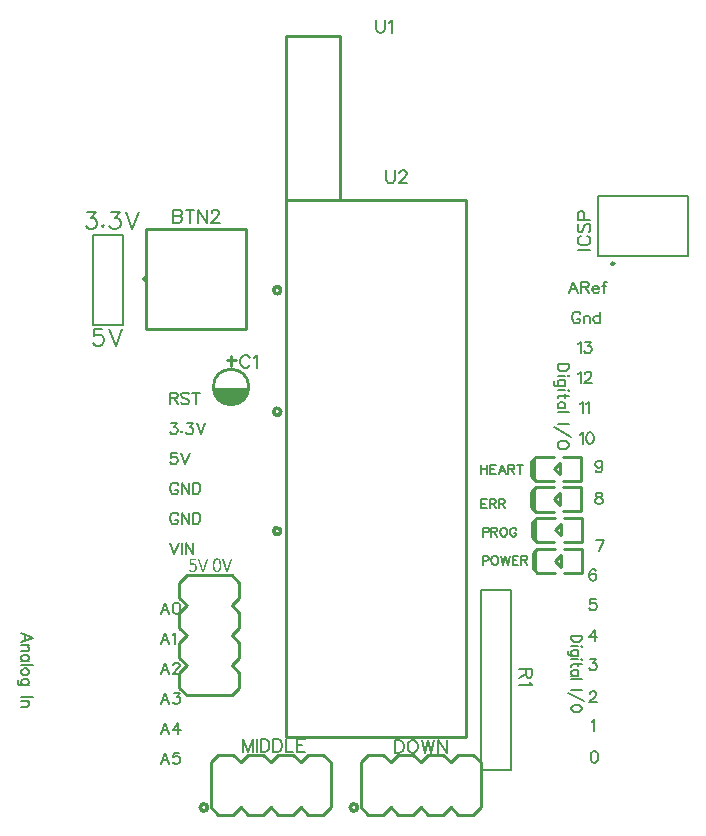
<source format=gto>
G04 Layer: TopSilkLayer*
G04 EasyEDA v6.3.22, 2020-02-01T09:52:18+01:00*
G04 6a38883e4b2748c8978b3c8c793b862a,5bf1b712bda346c5934589caff60f8c7,10*
G04 Gerber Generator version 0.2*
G04 Scale: 100 percent, Rotated: No, Reflected: No *
G04 Dimensions in millimeters *
G04 leading zeros omitted , absolute positions ,3 integer and 3 decimal *
%FSLAX33Y33*%
%MOMM*%
G90*
G71D02*

%ADD10C,0.254000*%
%ADD11C,0.299999*%
%ADD26C,0.203200*%
%ADD27C,0.202999*%
%ADD28C,0.152400*%

%LPD*%
G54D10*
G01X18049Y52170D02*
G01X33289Y52170D01*
G01X33289Y6704D01*
G01X18049Y6704D01*
G01X18049Y52170D01*
G01X18049Y66013D02*
G01X22621Y66013D01*
G01X22621Y52170D01*
G01X18049Y52170D01*
G01X18049Y66013D01*
G01X41572Y23212D02*
G01X43122Y23212D01*
G01X43122Y25244D01*
G01X41572Y25244D01*
G01X40785Y23187D02*
G01X39312Y23187D01*
G01X38905Y23593D01*
G01X38905Y24863D01*
G01X39286Y25244D01*
G01X40810Y25244D01*
G01X41346Y23728D02*
G01X41346Y24729D01*
G01X41346Y24729D01*
G01X40846Y24228D01*
G01X40846Y24228D01*
G01X41346Y23728D01*
G01X39147Y23428D02*
G01X39147Y25028D01*
G01X41493Y28382D02*
G01X43042Y28382D01*
G01X43042Y30414D01*
G01X41493Y30414D01*
G01X40706Y28357D02*
G01X39232Y28357D01*
G01X38826Y28763D01*
G01X38826Y30033D01*
G01X39207Y30414D01*
G01X40731Y30414D01*
G01X41267Y28898D02*
G01X41267Y29899D01*
G01X41267Y29899D01*
G01X40767Y29398D01*
G01X40767Y29398D01*
G01X41267Y28898D01*
G01X39067Y28598D02*
G01X39067Y30198D01*
G01X41493Y25782D02*
G01X43042Y25782D01*
G01X43042Y27814D01*
G01X41493Y27814D01*
G01X40706Y25757D02*
G01X39232Y25757D01*
G01X38826Y26163D01*
G01X38826Y27433D01*
G01X39207Y27814D01*
G01X40731Y27814D01*
G01X41267Y26298D02*
G01X41267Y27299D01*
G01X41267Y27299D01*
G01X40767Y26798D01*
G01X40767Y26798D01*
G01X41267Y26298D01*
G01X39067Y25998D02*
G01X39067Y27598D01*
G01X41593Y20582D02*
G01X43142Y20582D01*
G01X43142Y22614D01*
G01X41593Y22614D01*
G01X40805Y20557D02*
G01X39332Y20557D01*
G01X38926Y20963D01*
G01X38926Y22233D01*
G01X39307Y22614D01*
G01X40831Y22614D01*
G01X41367Y21098D02*
G01X41367Y22098D01*
G01X41367Y22098D01*
G01X40866Y21598D01*
G01X40866Y21598D01*
G01X41367Y21098D01*
G01X39167Y20798D02*
G01X39167Y22398D01*
G01X13029Y38549D02*
G01X13817Y38549D01*
G01X13409Y38111D02*
G01X13409Y38949D01*
G54D26*
G01X52070Y47389D02*
G01X52070Y52469D01*
G01X44450Y52469D01*
G01X44450Y47389D01*
G01X52070Y47389D01*
G01X47202Y47389D01*
G54D10*
G01X9664Y20349D02*
G01X13474Y20349D01*
G01X9664Y10190D02*
G01X13474Y10190D01*
G01X9664Y10190D02*
G01X9029Y10825D01*
G01X9029Y12095D01*
G01X9664Y12730D01*
G01X13474Y10190D02*
G01X14109Y10825D01*
G01X14109Y12095D01*
G01X13474Y12730D01*
G01X9664Y12730D02*
G01X9029Y13365D01*
G01X9029Y14635D01*
G01X9664Y15270D01*
G01X13474Y12730D02*
G01X14109Y13365D01*
G01X14109Y14635D01*
G01X13474Y15270D01*
G01X9664Y15270D02*
G01X9029Y15905D01*
G01X9029Y17175D01*
G01X9664Y17810D01*
G01X13474Y15270D02*
G01X14109Y15905D01*
G01X14109Y17175D01*
G01X13474Y17810D01*
G01X9664Y17810D02*
G01X9029Y18445D01*
G01X9029Y19715D01*
G01X9664Y20350D01*
G01X13474Y17810D02*
G01X14109Y18445D01*
G01X14109Y19715D01*
G01X13474Y20350D01*
G54D26*
G01X34559Y5815D02*
G01X34559Y3910D01*
G01X37099Y3910D01*
G01X37099Y19150D01*
G01X34559Y19150D01*
G54D27*
G01X34559Y19150D02*
G01X34559Y5815D01*
G54D26*
G01X1729Y43455D02*
G01X1729Y41550D01*
G01X4269Y41550D01*
G01X4269Y49170D01*
G01X1729Y49170D01*
G54D27*
G01X1729Y49170D02*
G01X1729Y43455D01*
G54D10*
G01X6169Y49709D02*
G01X14669Y49709D01*
G01X14669Y41209D01*
G01X6169Y41209D01*
G01X6169Y49709D01*
G01X21859Y4545D02*
G01X21859Y735D01*
G01X11700Y4544D02*
G01X11700Y734D01*
G01X11700Y4544D02*
G01X12335Y5179D01*
G01X13605Y5179D01*
G01X14240Y4544D01*
G01X11700Y734D02*
G01X12335Y99D01*
G01X13605Y99D01*
G01X14240Y734D01*
G01X14240Y4544D02*
G01X14875Y5179D01*
G01X16145Y5179D01*
G01X16780Y4544D01*
G01X14240Y734D02*
G01X14875Y99D01*
G01X16145Y99D01*
G01X16780Y734D01*
G01X16780Y4544D02*
G01X17415Y5179D01*
G01X18685Y5179D01*
G01X19320Y4544D01*
G01X16780Y734D02*
G01X17415Y99D01*
G01X18685Y99D01*
G01X19320Y734D01*
G01X19320Y4544D02*
G01X19955Y5179D01*
G01X21225Y5179D01*
G01X21860Y4544D01*
G01X19320Y734D02*
G01X19955Y99D01*
G01X21225Y99D01*
G01X21860Y734D01*
G01X34559Y4545D02*
G01X34559Y735D01*
G01X24400Y4544D02*
G01X24400Y734D01*
G01X24400Y4544D02*
G01X25035Y5179D01*
G01X26305Y5179D01*
G01X26940Y4544D01*
G01X24400Y734D02*
G01X25035Y99D01*
G01X26305Y99D01*
G01X26940Y734D01*
G01X26940Y4544D02*
G01X27575Y5179D01*
G01X28845Y5179D01*
G01X29480Y4544D01*
G01X26940Y734D02*
G01X27575Y99D01*
G01X28845Y99D01*
G01X29480Y734D01*
G01X29480Y4544D02*
G01X30115Y5179D01*
G01X31385Y5179D01*
G01X32020Y4544D01*
G01X29480Y734D02*
G01X30115Y99D01*
G01X31385Y99D01*
G01X32020Y734D01*
G01X32020Y4544D02*
G01X32655Y5179D01*
G01X33925Y5179D01*
G01X34560Y4544D01*
G01X32020Y734D02*
G01X32655Y99D01*
G01X33925Y99D01*
G01X34560Y734D01*

%LPD*%
G36*
G01X12769Y21779D02*
G01X12637Y21779D01*
G01X12995Y20664D01*
G01X13140Y20664D01*
G01X13495Y21779D01*
G01X13368Y21779D01*
G01X13183Y21164D01*
G01X13168Y21116D01*
G01X13154Y21069D01*
G01X13128Y20979D01*
G01X13115Y20935D01*
G01X13102Y20890D01*
G01X13088Y20844D01*
G01X13074Y20796D01*
G01X13066Y20796D01*
G01X13051Y20844D01*
G01X13037Y20890D01*
G01X13023Y20935D01*
G01X12998Y21024D01*
G01X12985Y21069D01*
G01X12972Y21116D01*
G01X12957Y21164D01*
G01X12769Y21779D01*
G37*

%LPD*%
G36*
G01X10729Y21779D02*
G01X10597Y21779D01*
G01X10955Y20664D01*
G01X11100Y20664D01*
G01X11456Y21779D01*
G01X11329Y21779D01*
G01X11143Y21164D01*
G01X11128Y21116D01*
G01X11115Y21069D01*
G01X11102Y21024D01*
G01X11075Y20935D01*
G01X11061Y20890D01*
G01X11047Y20844D01*
G01X11031Y20796D01*
G01X11026Y20796D01*
G01X11010Y20844D01*
G01X10995Y20890D01*
G01X10982Y20935D01*
G01X10956Y21024D01*
G01X10944Y21069D01*
G01X10931Y21116D01*
G01X10917Y21164D01*
G01X10729Y21779D01*
G37*

%LPD*%
G36*
G01X12266Y21796D02*
G01X12215Y21799D01*
G01X12165Y21796D01*
G01X12118Y21784D01*
G01X12074Y21764D01*
G01X12034Y21737D01*
G01X11998Y21702D01*
G01X11966Y21658D01*
G01X11938Y21607D01*
G01X11915Y21547D01*
G01X11897Y21479D01*
G01X11883Y21403D01*
G01X11875Y21318D01*
G01X11872Y21225D01*
G01X11875Y21132D01*
G01X11883Y21047D01*
G01X11897Y20971D01*
G01X11915Y20902D01*
G01X11938Y20841D01*
G01X11966Y20789D01*
G01X11998Y20745D01*
G01X12034Y20708D01*
G01X12074Y20680D01*
G01X12118Y20660D01*
G01X12165Y20648D01*
G01X12215Y20644D01*
G01X12266Y20648D01*
G01X12314Y20660D01*
G01X12357Y20680D01*
G01X12397Y20708D01*
G01X12433Y20745D01*
G01X12465Y20789D01*
G01X12491Y20841D01*
G01X12514Y20902D01*
G01X12532Y20971D01*
G01X12545Y21047D01*
G01X12553Y21132D01*
G01X12555Y21225D01*
G01X12553Y21318D01*
G01X12545Y21402D01*
G01X12532Y21478D01*
G01X12514Y21546D01*
G01X12491Y21606D01*
G01X12465Y21657D01*
G01X12433Y21701D01*
G01X12397Y21736D01*
G01X12357Y21764D01*
G01X12314Y21784D01*
G01X12266Y21796D01*
G37*

%LPC*%
G36*
G01X12262Y21691D02*
G01X12215Y21698D01*
G01X12168Y21691D01*
G01X12125Y21670D01*
G01X12087Y21635D01*
G01X12055Y21584D01*
G01X12029Y21519D01*
G01X12010Y21438D01*
G01X11998Y21340D01*
G01X11994Y21225D01*
G01X11996Y21146D01*
G01X12001Y21075D01*
G01X12010Y21011D01*
G01X12022Y20954D01*
G01X12037Y20905D01*
G01X12055Y20862D01*
G01X12076Y20825D01*
G01X12099Y20796D01*
G01X12125Y20774D01*
G01X12153Y20758D01*
G01X12183Y20749D01*
G01X12215Y20745D01*
G01X12247Y20749D01*
G01X12277Y20758D01*
G01X12306Y20774D01*
G01X12331Y20796D01*
G01X12354Y20825D01*
G01X12375Y20862D01*
G01X12393Y20905D01*
G01X12408Y20954D01*
G01X12420Y21011D01*
G01X12429Y21075D01*
G01X12434Y21146D01*
G01X12436Y21225D01*
G01X12432Y21340D01*
G01X12420Y21438D01*
G01X12401Y21519D01*
G01X12375Y21584D01*
G01X12343Y21635D01*
G01X12306Y21670D01*
G01X12262Y21691D01*
G37*

%LPD*%
G36*
G01X10457Y21779D02*
G01X9924Y21779D01*
G01X9888Y21261D01*
G01X9957Y21218D01*
G01X10003Y21247D01*
G01X10047Y21268D01*
G01X10095Y21282D01*
G01X10148Y21286D01*
G01X10199Y21282D01*
G01X10246Y21268D01*
G01X10287Y21247D01*
G01X10321Y21216D01*
G01X10349Y21179D01*
G01X10370Y21133D01*
G01X10382Y21081D01*
G01X10386Y21022D01*
G01X10381Y20963D01*
G01X10366Y20909D01*
G01X10344Y20862D01*
G01X10314Y20822D01*
G01X10277Y20790D01*
G01X10235Y20767D01*
G01X10189Y20753D01*
G01X10140Y20748D01*
G01X10050Y20758D01*
G01X9975Y20787D01*
G01X9913Y20827D01*
G01X9861Y20875D01*
G01X9800Y20791D01*
G01X9829Y20763D01*
G01X9861Y20737D01*
G01X9897Y20712D01*
G01X9938Y20690D01*
G01X9982Y20671D01*
G01X10033Y20656D01*
G01X10089Y20647D01*
G01X10150Y20644D01*
G01X10196Y20647D01*
G01X10241Y20655D01*
G01X10285Y20669D01*
G01X10326Y20689D01*
G01X10364Y20714D01*
G01X10400Y20744D01*
G01X10432Y20779D01*
G01X10458Y20819D01*
G01X10480Y20864D01*
G01X10497Y20913D01*
G01X10507Y20967D01*
G01X10511Y21025D01*
G01X10504Y21111D01*
G01X10484Y21185D01*
G01X10454Y21247D01*
G01X10413Y21296D01*
G01X10363Y21334D01*
G01X10307Y21361D01*
G01X10245Y21378D01*
G01X10178Y21383D01*
G01X10128Y21379D01*
G01X10084Y21370D01*
G01X10042Y21354D01*
G01X10003Y21334D01*
G01X10033Y21672D01*
G01X10457Y21672D01*
G01X10457Y21779D01*
G37*

%LPD*%
G54D26*
G01X1237Y51114D02*
G01X1986Y51114D01*
G01X1577Y50568D01*
G01X1780Y50568D01*
G01X1917Y50499D01*
G01X1986Y50431D01*
G01X2054Y50227D01*
G01X2054Y50090D01*
G01X1986Y49887D01*
G01X1849Y49750D01*
G01X1645Y49681D01*
G01X1440Y49681D01*
G01X1237Y49750D01*
G01X1168Y49819D01*
G01X1099Y49953D01*
G01X2573Y50022D02*
G01X2504Y49953D01*
G01X2573Y49887D01*
G01X2641Y49953D01*
G01X2573Y50022D01*
G01X3228Y51114D02*
G01X3977Y51114D01*
G01X3568Y50568D01*
G01X3771Y50568D01*
G01X3909Y50499D01*
G01X3977Y50431D01*
G01X4046Y50227D01*
G01X4046Y50090D01*
G01X3977Y49887D01*
G01X3840Y49750D01*
G01X3637Y49681D01*
G01X3431Y49681D01*
G01X3228Y49750D01*
G01X3159Y49819D01*
G01X3091Y49953D01*
G01X4495Y51114D02*
G01X5041Y49681D01*
G01X5585Y51114D02*
G01X5041Y49681D01*
G01X2517Y41212D02*
G01X1837Y41212D01*
G01X1768Y40600D01*
G01X1837Y40668D01*
G01X2040Y40737D01*
G01X2245Y40737D01*
G01X2449Y40668D01*
G01X2586Y40531D01*
G01X2654Y40328D01*
G01X2654Y40191D01*
G01X2586Y39985D01*
G01X2449Y39851D01*
G01X2245Y39782D01*
G01X2040Y39782D01*
G01X1837Y39851D01*
G01X1768Y39917D01*
G01X1699Y40054D01*
G01X3104Y41212D02*
G01X3650Y39782D01*
G01X4196Y41212D02*
G01X3650Y39782D01*
G54D28*
G01X26530Y54643D02*
G01X26530Y53866D01*
G01X26580Y53708D01*
G01X26684Y53604D01*
G01X26842Y53554D01*
G01X26946Y53554D01*
G01X27101Y53604D01*
G01X27205Y53708D01*
G01X27256Y53866D01*
G01X27256Y54643D01*
G01X27652Y54384D02*
G01X27652Y54437D01*
G01X27703Y54542D01*
G01X27756Y54592D01*
G01X27860Y54643D01*
G01X28066Y54643D01*
G01X28170Y54592D01*
G01X28224Y54542D01*
G01X28275Y54437D01*
G01X28275Y54333D01*
G01X28224Y54229D01*
G01X28120Y54072D01*
G01X27599Y53554D01*
G01X28328Y53554D01*
G01X8242Y35812D02*
G01X8242Y34857D01*
G01X8242Y35812D02*
G01X8650Y35812D01*
G01X8788Y35766D01*
G01X8833Y35720D01*
G01X8879Y35629D01*
G01X8879Y35537D01*
G01X8833Y35448D01*
G01X8788Y35403D01*
G01X8650Y35357D01*
G01X8242Y35357D01*
G01X8559Y35357D02*
G01X8879Y34857D01*
G01X9814Y35674D02*
G01X9722Y35766D01*
G01X9588Y35812D01*
G01X9405Y35812D01*
G01X9268Y35766D01*
G01X9179Y35674D01*
G01X9179Y35583D01*
G01X9225Y35492D01*
G01X9268Y35448D01*
G01X9359Y35403D01*
G01X9633Y35311D01*
G01X9722Y35266D01*
G01X9768Y35220D01*
G01X9814Y35128D01*
G01X9814Y34994D01*
G01X9722Y34902D01*
G01X9588Y34857D01*
G01X9405Y34857D01*
G01X9268Y34902D01*
G01X9179Y34994D01*
G01X10434Y35812D02*
G01X10434Y34857D01*
G01X10114Y35812D02*
G01X10751Y35812D01*
G01X8333Y33272D02*
G01X8833Y33272D01*
G01X8559Y32908D01*
G01X8696Y32908D01*
G01X8788Y32863D01*
G01X8833Y32817D01*
G01X8879Y32680D01*
G01X8879Y32588D01*
G01X8833Y32454D01*
G01X8742Y32362D01*
G01X8605Y32317D01*
G01X8468Y32317D01*
G01X8333Y32362D01*
G01X8287Y32408D01*
G01X8242Y32499D01*
G01X9225Y32543D02*
G01X9179Y32499D01*
G01X9225Y32454D01*
G01X9268Y32499D01*
G01X9225Y32543D01*
G01X9659Y33272D02*
G01X10159Y33272D01*
G01X9887Y32908D01*
G01X10025Y32908D01*
G01X10114Y32863D01*
G01X10159Y32817D01*
G01X10205Y32680D01*
G01X10205Y32588D01*
G01X10159Y32454D01*
G01X10068Y32362D01*
G01X9933Y32317D01*
G01X9796Y32317D01*
G01X9659Y32362D01*
G01X9613Y32408D01*
G01X9570Y32499D01*
G01X10505Y33272D02*
G01X10868Y32317D01*
G01X11234Y33272D02*
G01X10868Y32317D01*
G01X8788Y30732D02*
G01X8333Y30732D01*
G01X8287Y30323D01*
G01X8333Y30368D01*
G01X8468Y30412D01*
G01X8605Y30412D01*
G01X8742Y30368D01*
G01X8833Y30277D01*
G01X8879Y30140D01*
G01X8879Y30048D01*
G01X8833Y29914D01*
G01X8742Y29822D01*
G01X8605Y29777D01*
G01X8468Y29777D01*
G01X8333Y29822D01*
G01X8287Y29868D01*
G01X8242Y29959D01*
G01X9179Y30732D02*
G01X9542Y29777D01*
G01X9905Y30732D02*
G01X9542Y29777D01*
G01X8922Y27963D02*
G01X8879Y28054D01*
G01X8788Y28146D01*
G01X8696Y28192D01*
G01X8513Y28192D01*
G01X8424Y28146D01*
G01X8333Y28054D01*
G01X8287Y27963D01*
G01X8242Y27828D01*
G01X8242Y27600D01*
G01X8287Y27463D01*
G01X8333Y27374D01*
G01X8424Y27282D01*
G01X8513Y27237D01*
G01X8696Y27237D01*
G01X8788Y27282D01*
G01X8879Y27374D01*
G01X8922Y27463D01*
G01X8922Y27600D01*
G01X8696Y27600D02*
G01X8922Y27600D01*
G01X9225Y28192D02*
G01X9225Y27237D01*
G01X9225Y28192D02*
G01X9860Y27237D01*
G01X9860Y28192D02*
G01X9860Y27237D01*
G01X10159Y28192D02*
G01X10159Y27237D01*
G01X10159Y28192D02*
G01X10477Y28192D01*
G01X10614Y28146D01*
G01X10705Y28054D01*
G01X10751Y27963D01*
G01X10797Y27828D01*
G01X10797Y27600D01*
G01X10751Y27463D01*
G01X10705Y27374D01*
G01X10614Y27282D01*
G01X10477Y27237D01*
G01X10159Y27237D01*
G01X8242Y23112D02*
G01X8605Y22157D01*
G01X8968Y23112D02*
G01X8605Y22157D01*
G01X9268Y23112D02*
G01X9268Y22157D01*
G01X9570Y23112D02*
G01X9570Y22157D01*
G01X9570Y23112D02*
G01X10205Y22157D01*
G01X10205Y23112D02*
G01X10205Y22157D01*
G01X-3388Y15090D02*
G01X-4343Y15453D01*
G01X-3388Y15090D02*
G01X-4343Y14727D01*
G01X-4026Y15316D02*
G01X-4026Y14862D01*
G01X-3708Y14427D02*
G01X-4343Y14427D01*
G01X-3888Y14427D02*
G01X-3751Y14290D01*
G01X-3708Y14199D01*
G01X-3708Y14062D01*
G01X-3751Y13973D01*
G01X-3888Y13927D01*
G01X-4343Y13927D01*
G01X-3708Y13081D02*
G01X-4343Y13081D01*
G01X-3843Y13081D02*
G01X-3751Y13173D01*
G01X-3708Y13261D01*
G01X-3708Y13399D01*
G01X-3751Y13490D01*
G01X-3843Y13582D01*
G01X-3980Y13627D01*
G01X-4071Y13627D01*
G01X-4206Y13582D01*
G01X-4297Y13490D01*
G01X-4343Y13399D01*
G01X-4343Y13261D01*
G01X-4297Y13173D01*
G01X-4206Y13081D01*
G01X-3388Y12781D02*
G01X-4343Y12781D01*
G01X-3708Y12253D02*
G01X-3751Y12345D01*
G01X-3843Y12436D01*
G01X-3980Y12482D01*
G01X-4071Y12482D01*
G01X-4206Y12436D01*
G01X-4297Y12345D01*
G01X-4343Y12253D01*
G01X-4343Y12116D01*
G01X-4297Y12027D01*
G01X-4206Y11936D01*
G01X-4071Y11890D01*
G01X-3980Y11890D01*
G01X-3843Y11936D01*
G01X-3751Y12027D01*
G01X-3708Y12116D01*
G01X-3708Y12253D01*
G01X-3708Y11044D02*
G01X-4434Y11044D01*
G01X-4572Y11090D01*
G01X-4615Y11135D01*
G01X-4661Y11227D01*
G01X-4661Y11362D01*
G01X-4615Y11453D01*
G01X-3843Y11044D02*
G01X-3751Y11135D01*
G01X-3708Y11227D01*
G01X-3708Y11362D01*
G01X-3751Y11453D01*
G01X-3843Y11544D01*
G01X-3980Y11590D01*
G01X-4071Y11590D01*
G01X-4206Y11544D01*
G01X-4297Y11453D01*
G01X-4343Y11362D01*
G01X-4343Y11227D01*
G01X-4297Y11135D01*
G01X-4206Y11044D01*
G01X-3388Y10043D02*
G01X-4343Y10043D01*
G01X-3708Y9744D02*
G01X-4343Y9744D01*
G01X-3888Y9744D02*
G01X-3751Y9609D01*
G01X-3708Y9518D01*
G01X-3708Y9380D01*
G01X-3751Y9289D01*
G01X-3888Y9243D01*
G01X-4343Y9243D01*
G01X7802Y18053D02*
G01X7439Y17098D01*
G01X7802Y18053D02*
G01X8165Y17098D01*
G01X7576Y17416D02*
G01X8030Y17416D01*
G01X8739Y18053D02*
G01X8602Y18008D01*
G01X8510Y17871D01*
G01X8465Y17645D01*
G01X8465Y17507D01*
G01X8510Y17281D01*
G01X8602Y17144D01*
G01X8739Y17098D01*
G01X8830Y17098D01*
G01X8965Y17144D01*
G01X9057Y17281D01*
G01X9102Y17507D01*
G01X9102Y17645D01*
G01X9057Y17871D01*
G01X8965Y18008D01*
G01X8830Y18053D01*
G01X8739Y18053D01*
G01X7802Y15513D02*
G01X7439Y14558D01*
G01X7802Y15513D02*
G01X8165Y14558D01*
G01X7576Y14876D02*
G01X8030Y14876D01*
G01X8465Y15331D02*
G01X8556Y15376D01*
G01X8693Y15513D01*
G01X8693Y14558D01*
G01X7802Y12973D02*
G01X7439Y12018D01*
G01X7802Y12973D02*
G01X8165Y12018D01*
G01X7576Y12336D02*
G01X8030Y12336D01*
G01X8510Y12745D02*
G01X8510Y12791D01*
G01X8556Y12882D01*
G01X8602Y12928D01*
G01X8693Y12973D01*
G01X8874Y12973D01*
G01X8965Y12928D01*
G01X9011Y12882D01*
G01X9057Y12791D01*
G01X9057Y12699D01*
G01X9011Y12610D01*
G01X8919Y12473D01*
G01X8465Y12018D01*
G01X9102Y12018D01*
G01X7802Y10433D02*
G01X7439Y9478D01*
G01X7802Y10433D02*
G01X8165Y9478D01*
G01X7576Y9796D02*
G01X8030Y9796D01*
G01X8556Y10433D02*
G01X9057Y10433D01*
G01X8785Y10070D01*
G01X8919Y10070D01*
G01X9011Y10025D01*
G01X9057Y9979D01*
G01X9102Y9842D01*
G01X9102Y9750D01*
G01X9057Y9616D01*
G01X8965Y9524D01*
G01X8830Y9478D01*
G01X8693Y9478D01*
G01X8556Y9524D01*
G01X8510Y9570D01*
G01X8465Y9661D01*
G01X7802Y7893D02*
G01X7439Y6938D01*
G01X7802Y7893D02*
G01X8165Y6938D01*
G01X7576Y7256D02*
G01X8030Y7256D01*
G01X8919Y7893D02*
G01X8465Y7256D01*
G01X9148Y7256D01*
G01X8919Y7893D02*
G01X8919Y6938D01*
G01X7802Y5353D02*
G01X7439Y4398D01*
G01X7802Y5353D02*
G01X8165Y4398D01*
G01X7576Y4716D02*
G01X8030Y4716D01*
G01X9011Y5353D02*
G01X8556Y5353D01*
G01X8510Y4945D01*
G01X8556Y4990D01*
G01X8693Y5033D01*
G01X8830Y5033D01*
G01X8965Y4990D01*
G01X9057Y4899D01*
G01X9102Y4762D01*
G01X9102Y4670D01*
G01X9057Y4536D01*
G01X8965Y4444D01*
G01X8830Y4398D01*
G01X8693Y4398D01*
G01X8556Y4444D01*
G01X8510Y4490D01*
G01X8465Y4581D01*
G01X42387Y45210D02*
G01X42024Y44255D01*
G01X42387Y45210D02*
G01X42750Y44255D01*
G01X42161Y44572D02*
G01X42615Y44572D01*
G01X43050Y45210D02*
G01X43050Y44255D01*
G01X43050Y45210D02*
G01X43459Y45210D01*
G01X43596Y45164D01*
G01X43642Y45118D01*
G01X43687Y45027D01*
G01X43687Y44935D01*
G01X43642Y44846D01*
G01X43596Y44801D01*
G01X43459Y44755D01*
G01X43050Y44755D01*
G01X43370Y44755D02*
G01X43687Y44255D01*
G01X43987Y44618D02*
G01X44533Y44618D01*
G01X44533Y44709D01*
G01X44487Y44801D01*
G01X44442Y44846D01*
G01X44350Y44890D01*
G01X44216Y44890D01*
G01X44124Y44846D01*
G01X44033Y44755D01*
G01X43987Y44618D01*
G01X43987Y44526D01*
G01X44033Y44392D01*
G01X44124Y44300D01*
G01X44216Y44255D01*
G01X44350Y44255D01*
G01X44442Y44300D01*
G01X44533Y44392D01*
G01X45196Y45210D02*
G01X45105Y45210D01*
G01X45016Y45164D01*
G01X44970Y45027D01*
G01X44970Y44255D01*
G01X44833Y44890D02*
G01X45150Y44890D01*
G01X42958Y42441D02*
G01X42915Y42532D01*
G01X42824Y42624D01*
G01X42732Y42670D01*
G01X42549Y42670D01*
G01X42460Y42624D01*
G01X42369Y42532D01*
G01X42323Y42441D01*
G01X42278Y42306D01*
G01X42278Y42078D01*
G01X42323Y41941D01*
G01X42369Y41852D01*
G01X42460Y41760D01*
G01X42549Y41715D01*
G01X42732Y41715D01*
G01X42824Y41760D01*
G01X42915Y41852D01*
G01X42958Y41941D01*
G01X42958Y42078D01*
G01X42732Y42078D02*
G01X42958Y42078D01*
G01X43261Y42350D02*
G01X43261Y41715D01*
G01X43261Y42169D02*
G01X43395Y42306D01*
G01X43487Y42350D01*
G01X43624Y42350D01*
G01X43713Y42306D01*
G01X43758Y42169D01*
G01X43758Y41715D01*
G01X44604Y42670D02*
G01X44604Y41715D01*
G01X44604Y42215D02*
G01X44513Y42306D01*
G01X44424Y42350D01*
G01X44287Y42350D01*
G01X44195Y42306D01*
G01X44104Y42215D01*
G01X44061Y42078D01*
G01X44061Y41986D01*
G01X44104Y41852D01*
G01X44195Y41760D01*
G01X44287Y41715D01*
G01X44424Y41715D01*
G01X44513Y41760D01*
G01X44604Y41852D01*
G01X42786Y39947D02*
G01X42877Y39992D01*
G01X43012Y40130D01*
G01X43012Y39175D01*
G01X43403Y40130D02*
G01X43903Y40130D01*
G01X43631Y39766D01*
G01X43769Y39766D01*
G01X43857Y39721D01*
G01X43903Y39675D01*
G01X43949Y39538D01*
G01X43949Y39446D01*
G01X43903Y39312D01*
G01X43812Y39220D01*
G01X43677Y39175D01*
G01X43540Y39175D01*
G01X43403Y39220D01*
G01X43357Y39266D01*
G01X43314Y39357D01*
G01X42786Y37407D02*
G01X42877Y37452D01*
G01X43012Y37590D01*
G01X43012Y36635D01*
G01X43357Y37361D02*
G01X43357Y37407D01*
G01X43403Y37498D01*
G01X43448Y37544D01*
G01X43540Y37590D01*
G01X43723Y37590D01*
G01X43812Y37544D01*
G01X43857Y37498D01*
G01X43903Y37407D01*
G01X43903Y37315D01*
G01X43857Y37226D01*
G01X43769Y37089D01*
G01X43314Y36635D01*
G01X43949Y36635D01*
G01X42938Y34871D02*
G01X43030Y34916D01*
G01X43165Y35054D01*
G01X43165Y34098D01*
G01X43467Y34871D02*
G01X43556Y34916D01*
G01X43693Y35054D01*
G01X43693Y34098D01*
G01X42938Y32271D02*
G01X43030Y32316D01*
G01X43165Y32454D01*
G01X43165Y31498D01*
G01X43739Y32454D02*
G01X43601Y32408D01*
G01X43510Y32271D01*
G01X43467Y32045D01*
G01X43467Y31907D01*
G01X43510Y31681D01*
G01X43601Y31544D01*
G01X43739Y31498D01*
G01X43830Y31498D01*
G01X43965Y31544D01*
G01X44056Y31681D01*
G01X44102Y31907D01*
G01X44102Y32045D01*
G01X44056Y32271D01*
G01X43965Y32408D01*
G01X43830Y32454D01*
G01X43739Y32454D01*
G01X44830Y29733D02*
G01X44785Y29599D01*
G01X44693Y29507D01*
G01X44556Y29462D01*
G01X44510Y29462D01*
G01X44376Y29507D01*
G01X44284Y29599D01*
G01X44239Y29733D01*
G01X44239Y29779D01*
G01X44284Y29916D01*
G01X44376Y30008D01*
G01X44510Y30053D01*
G01X44556Y30053D01*
G01X44693Y30008D01*
G01X44785Y29916D01*
G01X44830Y29733D01*
G01X44830Y29507D01*
G01X44785Y29281D01*
G01X44693Y29144D01*
G01X44556Y29098D01*
G01X44465Y29098D01*
G01X44330Y29144D01*
G01X44284Y29236D01*
G01X44465Y27353D02*
G01X44330Y27308D01*
G01X44284Y27216D01*
G01X44284Y27125D01*
G01X44330Y27033D01*
G01X44421Y26990D01*
G01X44602Y26945D01*
G01X44739Y26899D01*
G01X44830Y26807D01*
G01X44876Y26716D01*
G01X44876Y26581D01*
G01X44830Y26490D01*
G01X44785Y26444D01*
G01X44647Y26398D01*
G01X44465Y26398D01*
G01X44330Y26444D01*
G01X44284Y26490D01*
G01X44239Y26581D01*
G01X44239Y26716D01*
G01X44284Y26807D01*
G01X44376Y26899D01*
G01X44510Y26945D01*
G01X44693Y26990D01*
G01X44785Y27033D01*
G01X44830Y27125D01*
G01X44830Y27216D01*
G01X44785Y27308D01*
G01X44647Y27353D01*
G01X44465Y27353D01*
G01X44976Y23353D02*
G01X44521Y22398D01*
G01X44339Y23353D02*
G01X44976Y23353D01*
G01X44285Y20716D02*
G01X44239Y20808D01*
G01X44102Y20853D01*
G01X44010Y20853D01*
G01X43876Y20808D01*
G01X43784Y20671D01*
G01X43738Y20445D01*
G01X43738Y20216D01*
G01X43784Y20036D01*
G01X43876Y19944D01*
G01X44010Y19898D01*
G01X44056Y19898D01*
G01X44193Y19944D01*
G01X44285Y20036D01*
G01X44330Y20170D01*
G01X44330Y20216D01*
G01X44285Y20353D01*
G01X44193Y20445D01*
G01X44056Y20490D01*
G01X44010Y20490D01*
G01X43876Y20445D01*
G01X43784Y20353D01*
G01X43738Y20216D01*
G01X44285Y18353D02*
G01X43830Y18353D01*
G01X43784Y17945D01*
G01X43830Y17990D01*
G01X43965Y18033D01*
G01X44102Y18033D01*
G01X44239Y17990D01*
G01X44330Y17899D01*
G01X44376Y17762D01*
G01X44376Y17670D01*
G01X44330Y17536D01*
G01X44239Y17444D01*
G01X44102Y17398D01*
G01X43965Y17398D01*
G01X43830Y17444D01*
G01X43784Y17490D01*
G01X43738Y17581D01*
G01X44193Y15753D02*
G01X43738Y15116D01*
G01X44419Y15116D01*
G01X44193Y15753D02*
G01X44193Y14798D01*
G01X43830Y13253D02*
G01X44330Y13253D01*
G01X44056Y12890D01*
G01X44193Y12890D01*
G01X44285Y12845D01*
G01X44330Y12799D01*
G01X44376Y12662D01*
G01X44376Y12570D01*
G01X44330Y12436D01*
G01X44239Y12344D01*
G01X44102Y12298D01*
G01X43965Y12298D01*
G01X43830Y12344D01*
G01X43784Y12390D01*
G01X43738Y12481D01*
G01X43784Y10325D02*
G01X43784Y10371D01*
G01X43830Y10462D01*
G01X43876Y10508D01*
G01X43965Y10553D01*
G01X44147Y10553D01*
G01X44239Y10508D01*
G01X44285Y10462D01*
G01X44330Y10371D01*
G01X44330Y10279D01*
G01X44285Y10190D01*
G01X44193Y10053D01*
G01X43738Y9598D01*
G01X44376Y9598D01*
G01X43939Y7971D02*
G01X44030Y8016D01*
G01X44165Y8153D01*
G01X44165Y7198D01*
G01X44110Y5453D02*
G01X43976Y5408D01*
G01X43884Y5271D01*
G01X43839Y5045D01*
G01X43839Y4907D01*
G01X43884Y4681D01*
G01X43976Y4544D01*
G01X44110Y4498D01*
G01X44202Y4498D01*
G01X44339Y4544D01*
G01X44430Y4681D01*
G01X44476Y4907D01*
G01X44476Y5045D01*
G01X44430Y5271D01*
G01X44339Y5408D01*
G01X44202Y5453D01*
G01X44110Y5453D01*
G01X42011Y38254D02*
G01X41056Y38254D01*
G01X42011Y38254D02*
G01X42011Y37936D01*
G01X41965Y37799D01*
G01X41874Y37707D01*
G01X41782Y37662D01*
G01X41648Y37616D01*
G01X41419Y37616D01*
G01X41282Y37662D01*
G01X41193Y37707D01*
G01X41102Y37799D01*
G01X41056Y37936D01*
G01X41056Y38254D01*
G01X42011Y37316D02*
G01X41965Y37271D01*
G01X42011Y37227D01*
G01X42057Y37271D01*
G01X42011Y37316D01*
G01X41691Y37271D02*
G01X41056Y37271D01*
G01X41691Y36382D02*
G01X40965Y36382D01*
G01X40827Y36427D01*
G01X40784Y36470D01*
G01X40739Y36562D01*
G01X40739Y36699D01*
G01X40784Y36790D01*
G01X41556Y36382D02*
G01X41648Y36470D01*
G01X41691Y36562D01*
G01X41691Y36699D01*
G01X41648Y36790D01*
G01X41556Y36882D01*
G01X41419Y36925D01*
G01X41328Y36925D01*
G01X41193Y36882D01*
G01X41102Y36790D01*
G01X41056Y36699D01*
G01X41056Y36562D01*
G01X41102Y36470D01*
G01X41193Y36382D01*
G01X42011Y36082D02*
G01X41965Y36036D01*
G01X42011Y35990D01*
G01X42057Y36036D01*
G01X42011Y36082D01*
G01X41691Y36036D02*
G01X41056Y36036D01*
G01X42011Y35553D02*
G01X41239Y35553D01*
G01X41102Y35508D01*
G01X41056Y35416D01*
G01X41056Y35327D01*
G01X41691Y35691D02*
G01X41691Y35371D01*
G01X41691Y34482D02*
G01X41056Y34482D01*
G01X41556Y34482D02*
G01X41648Y34571D01*
G01X41691Y34662D01*
G01X41691Y34799D01*
G01X41648Y34891D01*
G01X41556Y34982D01*
G01X41419Y35025D01*
G01X41328Y35025D01*
G01X41193Y34982D01*
G01X41102Y34891D01*
G01X41056Y34799D01*
G01X41056Y34662D01*
G01X41102Y34571D01*
G01X41193Y34482D01*
G01X42011Y34182D02*
G01X41056Y34182D01*
G01X42011Y33181D02*
G01X41056Y33181D01*
G01X42191Y32064D02*
G01X40739Y32881D01*
G01X42011Y31489D02*
G01X41965Y31581D01*
G01X41874Y31672D01*
G01X41782Y31718D01*
G01X41648Y31764D01*
G01X41419Y31764D01*
G01X41282Y31718D01*
G01X41193Y31672D01*
G01X41102Y31581D01*
G01X41056Y31489D01*
G01X41056Y31309D01*
G01X41102Y31218D01*
G01X41193Y31126D01*
G01X41282Y31081D01*
G01X41419Y31035D01*
G01X41648Y31035D01*
G01X41782Y31081D01*
G01X41874Y31126D01*
G01X41965Y31218D01*
G01X42011Y31309D01*
G01X42011Y31489D01*
G01X43084Y15253D02*
G01X42226Y15253D01*
G01X43084Y15253D02*
G01X43084Y14966D01*
G01X43043Y14845D01*
G01X42962Y14763D01*
G01X42881Y14720D01*
G01X42756Y14679D01*
G01X42553Y14679D01*
G01X42431Y14720D01*
G01X42347Y14763D01*
G01X42266Y14845D01*
G01X42226Y14966D01*
G01X42226Y15253D01*
G01X43084Y14410D02*
G01X43043Y14370D01*
G01X43084Y14329D01*
G01X43125Y14370D01*
G01X43084Y14410D01*
G01X42800Y14370D02*
G01X42226Y14370D01*
G01X42800Y13567D02*
G01X42144Y13567D01*
G01X42022Y13608D01*
G01X41979Y13648D01*
G01X41939Y13732D01*
G01X41939Y13854D01*
G01X41979Y13935D01*
G01X42675Y13567D02*
G01X42756Y13648D01*
G01X42800Y13732D01*
G01X42800Y13854D01*
G01X42756Y13935D01*
G01X42675Y14016D01*
G01X42553Y14060D01*
G01X42472Y14060D01*
G01X42347Y14016D01*
G01X42266Y13935D01*
G01X42226Y13854D01*
G01X42226Y13732D01*
G01X42266Y13648D01*
G01X42347Y13567D01*
G01X43084Y13298D02*
G01X43043Y13257D01*
G01X43084Y13216D01*
G01X43125Y13257D01*
G01X43084Y13298D01*
G01X42800Y13257D02*
G01X42226Y13257D01*
G01X43084Y12823D02*
G01X42388Y12823D01*
G01X42266Y12782D01*
G01X42226Y12701D01*
G01X42226Y12619D01*
G01X42800Y12945D02*
G01X42800Y12660D01*
G01X42800Y11857D02*
G01X42226Y11857D01*
G01X42675Y11857D02*
G01X42756Y11939D01*
G01X42800Y12020D01*
G01X42800Y12145D01*
G01X42756Y12226D01*
G01X42675Y12307D01*
G01X42553Y12348D01*
G01X42472Y12348D01*
G01X42347Y12307D01*
G01X42266Y12226D01*
G01X42226Y12145D01*
G01X42226Y12020D01*
G01X42266Y11939D01*
G01X42347Y11857D01*
G01X43084Y11588D02*
G01X42226Y11588D01*
G01X43084Y10687D02*
G01X42226Y10687D01*
G01X43249Y9681D02*
G01X41939Y10417D01*
G01X43084Y9165D02*
G01X43043Y9246D01*
G01X42962Y9330D01*
G01X42881Y9371D01*
G01X42756Y9411D01*
G01X42553Y9411D01*
G01X42431Y9371D01*
G01X42347Y9330D01*
G01X42266Y9246D01*
G01X42226Y9165D01*
G01X42226Y9003D01*
G01X42266Y8921D01*
G01X42347Y8837D01*
G01X42431Y8797D01*
G01X42553Y8756D01*
G01X42756Y8756D01*
G01X42881Y8797D01*
G01X42962Y8837D01*
G01X43043Y8921D01*
G01X43084Y9003D01*
G01X43084Y9165D01*
G01X8922Y25423D02*
G01X8879Y25514D01*
G01X8788Y25606D01*
G01X8696Y25652D01*
G01X8513Y25652D01*
G01X8424Y25606D01*
G01X8333Y25514D01*
G01X8287Y25423D01*
G01X8242Y25288D01*
G01X8242Y25060D01*
G01X8287Y24923D01*
G01X8333Y24834D01*
G01X8424Y24742D01*
G01X8513Y24697D01*
G01X8696Y24697D01*
G01X8788Y24742D01*
G01X8879Y24834D01*
G01X8922Y24923D01*
G01X8922Y25060D01*
G01X8696Y25060D02*
G01X8922Y25060D01*
G01X9225Y25652D02*
G01X9225Y24697D01*
G01X9225Y25652D02*
G01X9860Y24697D01*
G01X9860Y25652D02*
G01X9860Y24697D01*
G01X10159Y25652D02*
G01X10159Y24697D01*
G01X10159Y25652D02*
G01X10477Y25652D01*
G01X10614Y25606D01*
G01X10705Y25514D01*
G01X10751Y25423D01*
G01X10797Y25288D01*
G01X10797Y25060D01*
G01X10751Y24923D01*
G01X10705Y24834D01*
G01X10614Y24742D01*
G01X10477Y24697D01*
G01X10159Y24697D01*
G01X25669Y67356D02*
G01X25669Y66579D01*
G01X25720Y66421D01*
G01X25824Y66317D01*
G01X25982Y66267D01*
G01X26086Y66267D01*
G01X26241Y66317D01*
G01X26345Y66421D01*
G01X26396Y66579D01*
G01X26396Y67356D01*
G01X26739Y67150D02*
G01X26843Y67201D01*
G01X27000Y67356D01*
G01X27000Y66267D01*
G01X34700Y24400D02*
G01X34700Y23635D01*
G01X34700Y24400D02*
G01X35027Y24400D01*
G01X35136Y24361D01*
G01X35172Y24326D01*
G01X35208Y24255D01*
G01X35208Y24146D01*
G01X35172Y24072D01*
G01X35136Y24036D01*
G01X35027Y23998D01*
G01X34700Y23998D01*
G01X35449Y24400D02*
G01X35449Y23635D01*
G01X35449Y24400D02*
G01X35776Y24400D01*
G01X35886Y24361D01*
G01X35921Y24326D01*
G01X35957Y24255D01*
G01X35957Y24181D01*
G01X35921Y24107D01*
G01X35886Y24072D01*
G01X35776Y24036D01*
G01X35449Y24036D01*
G01X35703Y24036D02*
G01X35957Y23635D01*
G01X36417Y24400D02*
G01X36343Y24361D01*
G01X36269Y24290D01*
G01X36234Y24217D01*
G01X36198Y24107D01*
G01X36198Y23927D01*
G01X36234Y23818D01*
G01X36269Y23744D01*
G01X36343Y23671D01*
G01X36417Y23635D01*
G01X36561Y23635D01*
G01X36635Y23671D01*
G01X36706Y23744D01*
G01X36744Y23818D01*
G01X36780Y23927D01*
G01X36780Y24107D01*
G01X36744Y24217D01*
G01X36706Y24290D01*
G01X36635Y24361D01*
G01X36561Y24400D01*
G01X36417Y24400D01*
G01X37565Y24217D02*
G01X37529Y24290D01*
G01X37455Y24361D01*
G01X37384Y24400D01*
G01X37237Y24400D01*
G01X37166Y24361D01*
G01X37092Y24290D01*
G01X37057Y24217D01*
G01X37019Y24107D01*
G01X37019Y23927D01*
G01X37057Y23818D01*
G01X37092Y23744D01*
G01X37166Y23671D01*
G01X37237Y23635D01*
G01X37384Y23635D01*
G01X37455Y23671D01*
G01X37529Y23744D01*
G01X37565Y23818D01*
G01X37565Y23927D01*
G01X37384Y23927D02*
G01X37565Y23927D01*
G01X34600Y29700D02*
G01X34600Y28935D01*
G01X35108Y29700D02*
G01X35108Y28935D01*
G01X34600Y29336D02*
G01X35108Y29336D01*
G01X35349Y29700D02*
G01X35349Y28935D01*
G01X35349Y29700D02*
G01X35821Y29700D01*
G01X35349Y29336D02*
G01X35638Y29336D01*
G01X35349Y28935D02*
G01X35821Y28935D01*
G01X36352Y29700D02*
G01X36063Y28935D01*
G01X36352Y29700D02*
G01X36644Y28935D01*
G01X36169Y29192D02*
G01X36535Y29192D01*
G01X36883Y29700D02*
G01X36883Y28935D01*
G01X36883Y29700D02*
G01X37211Y29700D01*
G01X37320Y29664D01*
G01X37355Y29626D01*
G01X37394Y29555D01*
G01X37394Y29481D01*
G01X37355Y29410D01*
G01X37320Y29372D01*
G01X37211Y29336D01*
G01X36883Y29336D01*
G01X37137Y29336D02*
G01X37394Y28935D01*
G01X37886Y29700D02*
G01X37886Y28935D01*
G01X37632Y29700D02*
G01X38140Y29700D01*
G01X34600Y26800D02*
G01X34600Y26038D01*
G01X34600Y26800D02*
G01X35075Y26800D01*
G01X34600Y26436D02*
G01X34892Y26436D01*
G01X34600Y26038D02*
G01X35075Y26038D01*
G01X35313Y26800D02*
G01X35313Y26038D01*
G01X35313Y26800D02*
G01X35641Y26800D01*
G01X35750Y26764D01*
G01X35786Y26728D01*
G01X35821Y26655D01*
G01X35821Y26581D01*
G01X35786Y26510D01*
G01X35750Y26472D01*
G01X35641Y26436D01*
G01X35313Y26436D01*
G01X35567Y26436D02*
G01X35821Y26038D01*
G01X36063Y26800D02*
G01X36063Y26038D01*
G01X36063Y26800D02*
G01X36390Y26800D01*
G01X36500Y26764D01*
G01X36535Y26728D01*
G01X36571Y26655D01*
G01X36571Y26581D01*
G01X36535Y26510D01*
G01X36500Y26472D01*
G01X36390Y26436D01*
G01X36063Y26436D01*
G01X36317Y26436D02*
G01X36571Y26038D01*
G01X34700Y22000D02*
G01X34700Y21238D01*
G01X34700Y22000D02*
G01X35027Y22000D01*
G01X35136Y21964D01*
G01X35172Y21928D01*
G01X35210Y21855D01*
G01X35210Y21746D01*
G01X35172Y21674D01*
G01X35136Y21636D01*
G01X35027Y21601D01*
G01X34700Y21601D01*
G01X35667Y22000D02*
G01X35594Y21964D01*
G01X35522Y21890D01*
G01X35484Y21819D01*
G01X35449Y21710D01*
G01X35449Y21527D01*
G01X35484Y21418D01*
G01X35522Y21347D01*
G01X35594Y21273D01*
G01X35667Y21238D01*
G01X35812Y21238D01*
G01X35886Y21273D01*
G01X35957Y21347D01*
G01X35995Y21418D01*
G01X36030Y21527D01*
G01X36030Y21710D01*
G01X35995Y21819D01*
G01X35957Y21890D01*
G01X35886Y21964D01*
G01X35812Y22000D01*
G01X35667Y22000D01*
G01X36272Y22000D02*
G01X36452Y21238D01*
G01X36635Y22000D02*
G01X36452Y21238D01*
G01X36635Y22000D02*
G01X36815Y21238D01*
G01X36998Y22000D02*
G01X36815Y21238D01*
G01X37237Y22000D02*
G01X37237Y21238D01*
G01X37237Y22000D02*
G01X37712Y22000D01*
G01X37237Y21636D02*
G01X37529Y21636D01*
G01X37237Y21238D02*
G01X37712Y21238D01*
G01X37951Y22000D02*
G01X37951Y21238D01*
G01X37951Y22000D02*
G01X38278Y22000D01*
G01X38388Y21964D01*
G01X38423Y21928D01*
G01X38459Y21855D01*
G01X38459Y21781D01*
G01X38423Y21710D01*
G01X38388Y21674D01*
G01X38278Y21636D01*
G01X37951Y21636D01*
G01X38205Y21636D02*
G01X38459Y21238D01*
G01X14979Y38740D02*
G01X14926Y38845D01*
G01X14822Y38949D01*
G01X14720Y38999D01*
G01X14512Y38999D01*
G01X14408Y38949D01*
G01X14304Y38845D01*
G01X14250Y38740D01*
G01X14200Y38583D01*
G01X14200Y38324D01*
G01X14250Y38169D01*
G01X14304Y38065D01*
G01X14408Y37961D01*
G01X14512Y37910D01*
G01X14720Y37910D01*
G01X14822Y37961D01*
G01X14926Y38065D01*
G01X14979Y38169D01*
G01X15322Y38791D02*
G01X15426Y38845D01*
G01X15581Y38999D01*
G01X15581Y37910D01*
G01X42737Y47938D02*
G01X43829Y47938D01*
G01X42999Y49061D02*
G01X42895Y49008D01*
G01X42790Y48903D01*
G01X42737Y48799D01*
G01X42737Y48591D01*
G01X42790Y48489D01*
G01X42895Y48385D01*
G01X42999Y48332D01*
G01X43154Y48281D01*
G01X43413Y48281D01*
G01X43570Y48332D01*
G01X43674Y48385D01*
G01X43779Y48489D01*
G01X43829Y48591D01*
G01X43829Y48799D01*
G01X43779Y48903D01*
G01X43674Y49008D01*
G01X43570Y49061D01*
G01X42895Y50130D02*
G01X42790Y50026D01*
G01X42737Y49871D01*
G01X42737Y49663D01*
G01X42790Y49505D01*
G01X42895Y49404D01*
G01X42999Y49404D01*
G01X43103Y49455D01*
G01X43154Y49505D01*
G01X43207Y49609D01*
G01X43309Y49922D01*
G01X43362Y50026D01*
G01X43413Y50077D01*
G01X43517Y50130D01*
G01X43674Y50130D01*
G01X43779Y50026D01*
G01X43829Y49871D01*
G01X43829Y49663D01*
G01X43779Y49505D01*
G01X43674Y49404D01*
G01X42737Y50473D02*
G01X43829Y50473D01*
G01X42737Y50473D02*
G01X42737Y50940D01*
G01X42790Y51095D01*
G01X42841Y51149D01*
G01X42945Y51200D01*
G01X43103Y51200D01*
G01X43207Y51149D01*
G01X43258Y51095D01*
G01X43309Y50940D01*
G01X43309Y50473D01*
G01X38889Y12400D02*
G01X37800Y12400D01*
G01X38889Y12400D02*
G01X38889Y11932D01*
G01X38838Y11777D01*
G01X38788Y11724D01*
G01X38683Y11673D01*
G01X38579Y11673D01*
G01X38475Y11724D01*
G01X38422Y11777D01*
G01X38371Y11932D01*
G01X38371Y12400D01*
G01X38371Y12036D02*
G01X37800Y11673D01*
G01X38683Y11330D02*
G01X38734Y11226D01*
G01X38889Y11069D01*
G01X37800Y11069D01*
G01X8500Y51298D02*
G01X8500Y50209D01*
G01X8500Y51298D02*
G01X8968Y51298D01*
G01X9123Y51248D01*
G01X9176Y51197D01*
G01X9227Y51093D01*
G01X9227Y50988D01*
G01X9176Y50884D01*
G01X9123Y50831D01*
G01X8968Y50780D01*
G01X8500Y50780D02*
G01X8968Y50780D01*
G01X9123Y50727D01*
G01X9176Y50676D01*
G01X9227Y50572D01*
G01X9227Y50417D01*
G01X9176Y50313D01*
G01X9123Y50259D01*
G01X8968Y50209D01*
G01X8500Y50209D01*
G01X9933Y51298D02*
G01X9933Y50209D01*
G01X9570Y51298D02*
G01X10296Y51298D01*
G01X10639Y51298D02*
G01X10639Y50209D01*
G01X10639Y51298D02*
G01X11368Y50209D01*
G01X11368Y51298D02*
G01X11368Y50209D01*
G01X11762Y51039D02*
G01X11762Y51093D01*
G01X11815Y51197D01*
G01X11866Y51248D01*
G01X11970Y51298D01*
G01X12178Y51298D01*
G01X12282Y51248D01*
G01X12333Y51197D01*
G01X12387Y51093D01*
G01X12387Y50988D01*
G01X12333Y50884D01*
G01X12229Y50727D01*
G01X11711Y50209D01*
G01X12437Y50209D01*
G01X14399Y6500D02*
G01X14399Y5408D01*
G01X14399Y6500D02*
G01X14816Y5408D01*
G01X15230Y6500D02*
G01X14816Y5408D01*
G01X15230Y6500D02*
G01X15230Y5408D01*
G01X15573Y6500D02*
G01X15573Y5408D01*
G01X15916Y6500D02*
G01X15916Y5408D01*
G01X15916Y6500D02*
G01X16279Y6500D01*
G01X16437Y6450D01*
G01X16541Y6345D01*
G01X16592Y6241D01*
G01X16645Y6084D01*
G01X16645Y5825D01*
G01X16592Y5670D01*
G01X16541Y5566D01*
G01X16437Y5461D01*
G01X16279Y5408D01*
G01X15916Y5408D01*
G01X16988Y6500D02*
G01X16988Y5408D01*
G01X16988Y6500D02*
G01X17351Y6500D01*
G01X17506Y6450D01*
G01X17610Y6345D01*
G01X17663Y6241D01*
G01X17714Y6084D01*
G01X17714Y5825D01*
G01X17663Y5670D01*
G01X17610Y5566D01*
G01X17506Y5461D01*
G01X17351Y5408D01*
G01X16988Y5408D01*
G01X18057Y6500D02*
G01X18057Y5408D01*
G01X18057Y5408D02*
G01X18679Y5408D01*
G01X19022Y6500D02*
G01X19022Y5408D01*
G01X19022Y6500D02*
G01X19698Y6500D01*
G01X19022Y5980D02*
G01X19439Y5980D01*
G01X19022Y5408D02*
G01X19698Y5408D01*
G01X27300Y6401D02*
G01X27300Y5309D01*
G01X27300Y6401D02*
G01X27663Y6401D01*
G01X27818Y6348D01*
G01X27922Y6244D01*
G01X27976Y6140D01*
G01X28027Y5985D01*
G01X28027Y5726D01*
G01X27976Y5568D01*
G01X27922Y5464D01*
G01X27818Y5362D01*
G01X27663Y5309D01*
G01X27300Y5309D01*
G01X28682Y6401D02*
G01X28578Y6348D01*
G01X28474Y6244D01*
G01X28423Y6140D01*
G01X28369Y5985D01*
G01X28369Y5726D01*
G01X28423Y5568D01*
G01X28474Y5464D01*
G01X28578Y5362D01*
G01X28682Y5309D01*
G01X28890Y5309D01*
G01X28994Y5362D01*
G01X29096Y5464D01*
G01X29149Y5568D01*
G01X29200Y5726D01*
G01X29200Y5985D01*
G01X29149Y6140D01*
G01X29096Y6244D01*
G01X28994Y6348D01*
G01X28890Y6401D01*
G01X28682Y6401D01*
G01X29543Y6401D02*
G01X29805Y5309D01*
G01X30064Y6401D02*
G01X29805Y5309D01*
G01X30064Y6401D02*
G01X30323Y5309D01*
G01X30582Y6401D02*
G01X30323Y5309D01*
G01X30925Y6401D02*
G01X30925Y5309D01*
G01X30925Y6401D02*
G01X31654Y5309D01*
G01X31654Y6401D02*
G01X31654Y5309D01*
G54D10*
G75*
G01X6095Y45285D02*
G02X6095Y45585I2J150D01*
G01*
G75*
G01X14900Y36300D02*
G03X14900Y36300I-1500J0D01*
G01*
G75*
G01X45848Y46755D02*
G03X45848Y46755I-127J0D01*
G01*
G54D11*
G75*
G01X11400Y700D02*
G03X11400Y700I-300J0D01*
G01*
G75*
G01X24100Y700D02*
G03X24100Y700I-300J0D01*
G01*
G75*
G01X17600Y24100D02*
G03X17600Y24100I-300J0D01*
G01*
G75*
G01X17600Y34200D02*
G03X17600Y34200I-300J0D01*
G01*
G75*
G01X17600Y44500D02*
G03X17600Y44500I-300J0D01*
G01*

%LPD*%
G36*
G01X14900Y36249D02*
G01X11900Y36249D01*
G01X11905Y36193D01*
G01X11911Y36138D01*
G01X11920Y36083D01*
G01X11931Y36028D01*
G01X11944Y35974D01*
G01X11959Y35921D01*
G01X11976Y35867D01*
G01X11995Y35815D01*
G01X12016Y35763D01*
G01X12039Y35712D01*
G01X12064Y35662D01*
G01X12090Y35613D01*
G01X12119Y35565D01*
G01X12149Y35518D01*
G01X12180Y35473D01*
G01X12214Y35428D01*
G01X12249Y35385D01*
G01X12286Y35343D01*
G01X12324Y35302D01*
G01X12364Y35263D01*
G01X12405Y35225D01*
G01X12447Y35189D01*
G01X12491Y35155D01*
G01X12536Y35122D01*
G01X12582Y35091D01*
G01X12630Y35061D01*
G01X12678Y35034D01*
G01X12727Y35008D01*
G01X12778Y34984D01*
G01X12829Y34962D01*
G01X12881Y34941D01*
G01X12933Y34923D01*
G01X12987Y34907D01*
G01X13041Y34892D01*
G01X13095Y34880D01*
G01X13150Y34870D01*
G01X13205Y34862D01*
G01X13260Y34855D01*
G01X13316Y34851D01*
G01X13372Y34849D01*
G01X13427Y34849D01*
G01X13483Y34851D01*
G01X13539Y34855D01*
G01X13594Y34862D01*
G01X13649Y34870D01*
G01X13704Y34880D01*
G01X13758Y34892D01*
G01X13812Y34907D01*
G01X13866Y34923D01*
G01X13918Y34941D01*
G01X13970Y34962D01*
G01X14022Y34984D01*
G01X14072Y35008D01*
G01X14121Y35033D01*
G01X14170Y35061D01*
G01X14217Y35091D01*
G01X14263Y35122D01*
G01X14308Y35155D01*
G01X14352Y35189D01*
G01X14394Y35225D01*
G01X14436Y35263D01*
G01X14475Y35302D01*
G01X14513Y35343D01*
G01X14550Y35385D01*
G01X14585Y35428D01*
G01X14619Y35473D01*
G01X14651Y35518D01*
G01X14681Y35565D01*
G01X14709Y35613D01*
G01X14735Y35662D01*
G01X14760Y35712D01*
G01X14783Y35763D01*
G01X14804Y35815D01*
G01X14823Y35867D01*
G01X14840Y35921D01*
G01X14855Y35974D01*
G01X14868Y36028D01*
G01X14879Y36083D01*
G01X14888Y36138D01*
G01X14895Y36193D01*
G01X14900Y36249D01*
G37*
M00*
M02*

</source>
